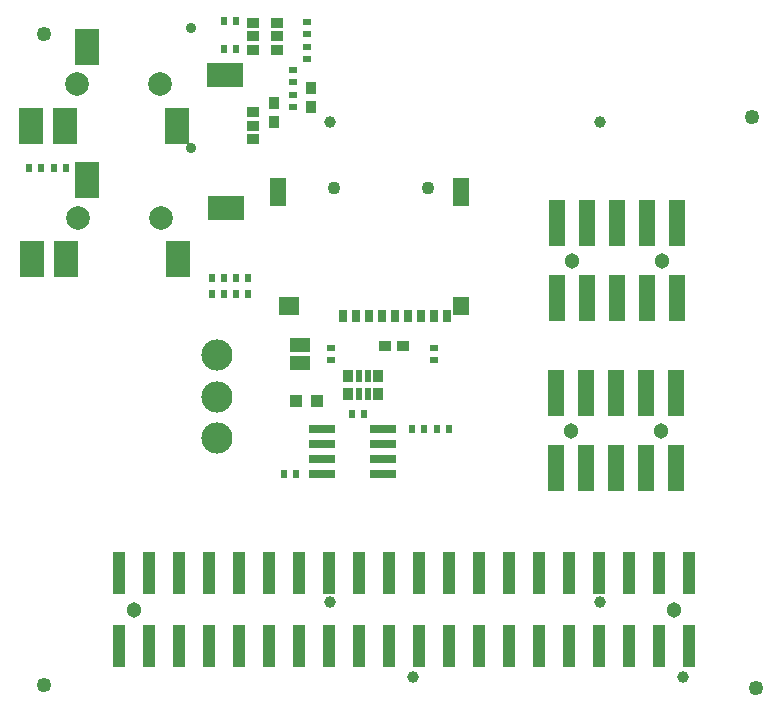
<source format=gbr>
%TF.GenerationSoftware,KiCad,Pcbnew,5.1.5+dfsg1-2build2*%
%TF.CreationDate,2020-06-30T13:18:29+03:00*%
%TF.ProjectId,Lime2-SHIELD_RevB,4c696d65-322d-4534-9849-454c445f5265,D*%
%TF.SameCoordinates,Original*%
%TF.FileFunction,Soldermask,Top*%
%TF.FilePolarity,Negative*%
%FSLAX46Y46*%
G04 Gerber Fmt 4.6, Leading zero omitted, Abs format (unit mm)*
G04 Created by KiCad (PCBNEW 5.1.5+dfsg1-2build2) date 2020-06-30 13:18:29*
%MOMM*%
%LPD*%
G04 APERTURE LIST*
%ADD10R,1.701800X1.270000*%
%ADD11C,0.900000*%
%ADD12R,0.601600X0.651600*%
%ADD13C,1.254000*%
%ADD14R,1.117600X0.863600*%
%ADD15C,1.001600*%
%ADD16R,1.371600X3.911600*%
%ADD17C,1.301600*%
%ADD18R,2.301600X0.701600*%
%ADD19R,0.609600X1.117600*%
%ADD20R,0.863600X1.117600*%
%ADD21R,1.117600X1.117600*%
%ADD22R,0.651600X0.601600*%
%ADD23R,0.700000X1.100000*%
%ADD24R,1.400000X1.600000*%
%ADD25R,1.800000X1.600000*%
%ADD26R,1.400000X2.400000*%
%ADD27C,1.101600*%
%ADD28R,1.101600X3.551600*%
%ADD29C,2.641600*%
%ADD30R,0.901600X1.001600*%
%ADD31R,1.001600X0.901600*%
%ADD32C,2.001600*%
%ADD33R,2.101600X3.101600*%
%ADD34R,3.101600X2.101600*%
G04 APERTURE END LIST*
D10*
%TO.C,SJ1*%
X125700000Y-70338000D03*
X125700000Y-70338000D03*
X125700000Y-71862000D03*
%TD*%
D11*
%TO.C,GPIO4*%
X116460000Y-53600000D03*
X116460000Y-43440000D03*
%TD*%
D12*
%TO.C,C10*%
X119292000Y-42850000D03*
X120308000Y-42850000D03*
%TD*%
%TO.C,C9*%
X119292000Y-45300000D03*
X120308000Y-45300000D03*
%TD*%
D13*
%TO.C,Ref\002A*%
X104000000Y-44000000D03*
%TD*%
%TO.C,Ref\002A*%
X164000000Y-51000000D03*
%TD*%
%TO.C,Ref\002A*%
X164300000Y-99330000D03*
%TD*%
%TO.C,Ref\002A*%
X104000000Y-99140000D03*
%TD*%
D14*
%TO.C,SJ4*%
X121729500Y-50609500D03*
X121729500Y-51752500D03*
X121729500Y-52895500D03*
%TD*%
%TO.C,SJ3*%
X121729500Y-43053000D03*
X121729500Y-44196000D03*
X121729500Y-45339000D03*
%TD*%
%TO.C,SJ2*%
X123761500Y-43053000D03*
X123761500Y-44196000D03*
X123761500Y-45339000D03*
%TD*%
D15*
%TO.C,GPIO1*%
X128270000Y-51435000D03*
X151130000Y-51435000D03*
%TD*%
D16*
%TO.C,UEXT2*%
X147383500Y-80772000D03*
X147383500Y-74422000D03*
X149923500Y-80772000D03*
X149923500Y-74422000D03*
X152463500Y-80772000D03*
X152463500Y-74422000D03*
X155003500Y-80772000D03*
X155003500Y-74422000D03*
X157543500Y-80772000D03*
X157543500Y-74422000D03*
D17*
X156273500Y-77597000D03*
X148653500Y-77597000D03*
%TD*%
D16*
%TO.C,UEXT1*%
X147510500Y-66357500D03*
X147510500Y-60007500D03*
X150050500Y-66357500D03*
X150050500Y-60007500D03*
X152590500Y-66357500D03*
X152590500Y-60007500D03*
X155130500Y-66357500D03*
X155130500Y-60007500D03*
X157670500Y-66357500D03*
X157670500Y-60007500D03*
D17*
X156400500Y-63182500D03*
X148780500Y-63182500D03*
%TD*%
D18*
%TO.C,U1*%
X127575000Y-81280000D03*
X127575000Y-80010000D03*
X127575000Y-78740000D03*
X127575000Y-77470000D03*
X132775000Y-77470000D03*
X132775000Y-78740000D03*
X132775000Y-80010000D03*
X132775000Y-81280000D03*
%TD*%
D19*
%TO.C,RM1*%
X130683000Y-72961500D03*
X131445000Y-72961500D03*
X130683000Y-74485500D03*
X131445000Y-74485500D03*
D20*
X129794000Y-72961500D03*
X129794000Y-74485500D03*
X132334000Y-72961500D03*
X132334000Y-74485500D03*
%TD*%
D21*
%TO.C,R12*%
X125361000Y-75050000D03*
X127139000Y-75050000D03*
%TD*%
D12*
%TO.C,R11*%
X130111500Y-76136500D03*
X131127500Y-76136500D03*
%TD*%
%TO.C,R10*%
X124396500Y-81280000D03*
X125412500Y-81280000D03*
%TD*%
%TO.C,R9*%
X138366500Y-77470000D03*
X137350500Y-77470000D03*
%TD*%
%TO.C,R8*%
X136207500Y-77470000D03*
X135191500Y-77470000D03*
%TD*%
%TO.C,R7*%
X118237000Y-65976500D03*
X119253000Y-65976500D03*
%TD*%
%TO.C,R6*%
X118237000Y-64643000D03*
X119253000Y-64643000D03*
%TD*%
%TO.C,R5*%
X105918000Y-55372000D03*
X104902000Y-55372000D03*
%TD*%
D22*
%TO.C,R4*%
X125150000Y-49137500D03*
X125150000Y-50153500D03*
%TD*%
%TO.C,R3*%
X125150000Y-47042000D03*
X125150000Y-48058000D03*
%TD*%
%TO.C,R2*%
X137033000Y-70548500D03*
X137033000Y-71564500D03*
%TD*%
%TO.C,R1*%
X128300000Y-70542000D03*
X128300000Y-71558000D03*
%TD*%
D23*
%TO.C,MICRO_SD1*%
X138160000Y-67880000D03*
X137060000Y-67880000D03*
X135960000Y-67880000D03*
X134860000Y-67880000D03*
X133760000Y-67880000D03*
X132660000Y-67880000D03*
X131560000Y-67880000D03*
X130460000Y-67880000D03*
X129360000Y-67880000D03*
D24*
X139360000Y-67000000D03*
D25*
X124760000Y-67000000D03*
D26*
X139360000Y-57400000D03*
X123860000Y-57400000D03*
D27*
X128562000Y-56997800D03*
X136563000Y-56997800D03*
%TD*%
D28*
%TO.C,GPIO5*%
X158690000Y-89595000D03*
X158690000Y-95845000D03*
X156150000Y-89595000D03*
X156150000Y-95845000D03*
X153610000Y-89595000D03*
X153610000Y-95845000D03*
X151070000Y-89595000D03*
X151070000Y-95845000D03*
X148530000Y-89595000D03*
X148530000Y-95845000D03*
X145990000Y-89595000D03*
X145990000Y-95845000D03*
X143450000Y-89595000D03*
X143450000Y-95845000D03*
X140910000Y-89595000D03*
X140910000Y-95845000D03*
X138370000Y-89595000D03*
X138370000Y-95845000D03*
X135830000Y-89595000D03*
X135830000Y-95845000D03*
X133290000Y-89595000D03*
X133290000Y-95845000D03*
X130750000Y-89595000D03*
X130750000Y-95845000D03*
X128210000Y-89595000D03*
X128210000Y-95845000D03*
X125670000Y-89595000D03*
X125670000Y-95845000D03*
X123130000Y-89595000D03*
X123130000Y-95845000D03*
X120590000Y-89595000D03*
X120590000Y-95845000D03*
X118050000Y-89595000D03*
X118050000Y-95845000D03*
X115510000Y-89595000D03*
X115510000Y-95845000D03*
X112970000Y-89595000D03*
X112970000Y-95845000D03*
X110430000Y-89595000D03*
X110430000Y-95845000D03*
D17*
X157420000Y-92720000D03*
X111700000Y-92720000D03*
%TD*%
D15*
%TO.C,GPIO3*%
X135255000Y-98425000D03*
X158115000Y-98425000D03*
%TD*%
%TO.C,GPIO2*%
X128270000Y-92075000D03*
X151130000Y-92075000D03*
%TD*%
D29*
%TO.C,CAN1*%
X118670000Y-78200000D03*
X118670000Y-71200000D03*
X118670000Y-74700000D03*
%TD*%
D12*
%TO.C,C8*%
X120269000Y-65976500D03*
X121285000Y-65976500D03*
%TD*%
%TO.C,C7*%
X120269000Y-64643000D03*
X121285000Y-64643000D03*
%TD*%
%TO.C,C6*%
X103822500Y-55372000D03*
X102806500Y-55372000D03*
%TD*%
D30*
%TO.C,C5*%
X126650000Y-48550000D03*
X126650000Y-50150000D03*
%TD*%
%TO.C,C4*%
X123550000Y-51450000D03*
X123550000Y-49850000D03*
%TD*%
D22*
%TO.C,C3*%
X126300000Y-44008000D03*
X126300000Y-42992000D03*
%TD*%
%TO.C,C2*%
X126300000Y-45087500D03*
X126300000Y-46103500D03*
%TD*%
D31*
%TO.C,C1*%
X134467500Y-70421500D03*
X132867500Y-70421500D03*
%TD*%
D32*
%TO.C,AUDIO_JACK_5PIN2*%
X113840000Y-48260000D03*
X106840000Y-48260000D03*
D33*
X105840000Y-51760000D03*
D34*
X119340000Y-47460000D03*
D33*
X107640000Y-45060000D03*
X115340000Y-51760000D03*
X102940000Y-51760000D03*
%TD*%
D32*
%TO.C,AUDIO_JACK_5PIN1*%
X113920000Y-59560000D03*
X106920000Y-59560000D03*
D33*
X105920000Y-63060000D03*
D34*
X119420000Y-58760000D03*
D33*
X107720000Y-56360000D03*
X115420000Y-63060000D03*
X103020000Y-63060000D03*
%TD*%
M02*

</source>
